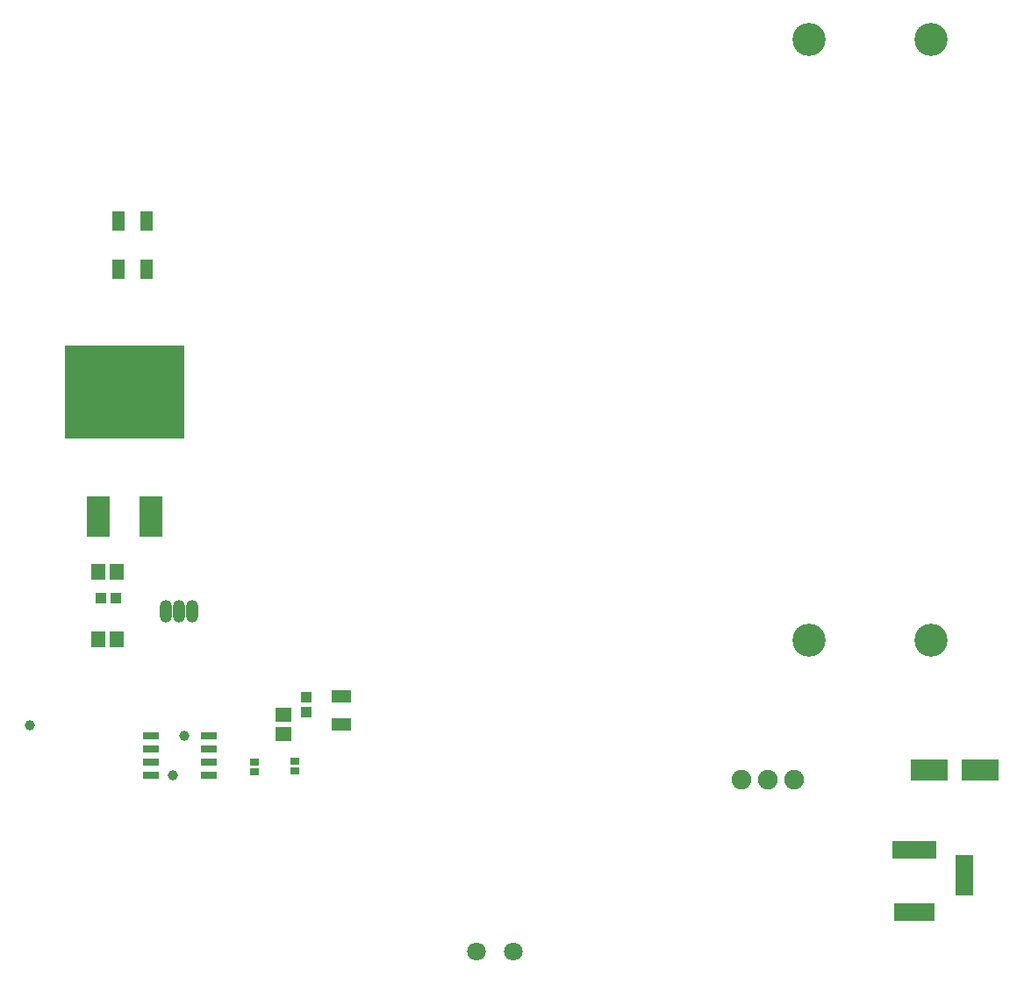
<source format=gts>
G04*
G04 #@! TF.GenerationSoftware,Altium Limited,Altium Designer,23.1.1 (15)*
G04*
G04 Layer_Color=8388736*
%FSLAX44Y44*%
%MOMM*%
G71*
G04*
G04 #@! TF.SameCoordinates,76B832DB-4935-4160-942D-398904476E74*
G04*
G04*
G04 #@! TF.FilePolarity,Negative*
G04*
G01*
G75*
%ADD29R,1.3032X1.9032*%
%ADD30R,1.4032X1.6032*%
%ADD31R,1.0532X1.1032*%
%ADD32R,1.9032X1.3032*%
%ADD33R,1.1032X1.0532*%
%ADD34R,0.8432X0.7832*%
%ADD35R,1.6032X1.4032*%
%ADD36R,1.5532X0.8032*%
%ADD37R,3.6532X2.0532*%
%ADD38R,2.2832X4.0132*%
%ADD39R,11.6332X9.0932*%
%ADD40C,1.8032*%
%ADD41O,1.2032X2.2032*%
%ADD42O,1.2032X2.2032*%
%ADD43C,1.9032*%
%ADD44C,3.2032*%
%ADD45R,3.9032X1.7032*%
%ADD46R,1.7032X3.9032*%
%ADD47R,4.3032X1.7032*%
%ADD48C,1.0032*%
D29*
X136500Y755000D02*
D03*
X163500D02*
D03*
X136500Y708000D02*
D03*
X163500D02*
D03*
D30*
X117000Y416000D02*
D03*
X135000D02*
D03*
X135000Y351000D02*
D03*
X117000D02*
D03*
D31*
X119500Y391000D02*
D03*
X134500D02*
D03*
D32*
X352000Y296000D02*
D03*
Y269000D02*
D03*
D33*
X318000Y295500D02*
D03*
Y280500D02*
D03*
D34*
X307000Y233800D02*
D03*
Y224200D02*
D03*
X268000Y223200D02*
D03*
Y232800D02*
D03*
D35*
X296000Y260000D02*
D03*
Y278000D02*
D03*
D36*
X168000Y258050D02*
D03*
Y245350D02*
D03*
Y232650D02*
D03*
Y219950D02*
D03*
X224000Y258050D02*
D03*
Y245350D02*
D03*
Y232650D02*
D03*
Y219950D02*
D03*
D37*
X968500Y225000D02*
D03*
X919500D02*
D03*
D38*
X117600Y469220D02*
D03*
X168400D02*
D03*
D39*
X143000Y590000D02*
D03*
D40*
X482500Y50000D02*
D03*
X517500D02*
D03*
D41*
X207700Y378000D02*
D03*
D42*
X195000D02*
D03*
X182300D02*
D03*
D43*
X788400Y216000D02*
D03*
X763000D02*
D03*
X737600D02*
D03*
D44*
X803000Y350000D02*
D03*
Y930000D02*
D03*
X921000Y350000D02*
D03*
Y930000D02*
D03*
D45*
X905000Y88000D02*
D03*
D46*
X953000Y123000D02*
D03*
D47*
X905000Y148000D02*
D03*
D48*
X51000Y268000D02*
D03*
X200000Y258000D02*
D03*
X189000Y220000D02*
D03*
M02*

</source>
